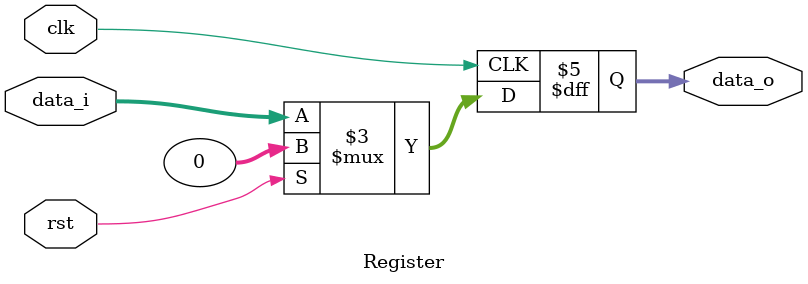
<source format=sv>
module Register #(parameter WIDTH = 32
                 )
                 (input clk
                 ,input rst
                 ,input  [WIDTH-1:0] data_i
                 ,output reg [WIDTH-1:0] data_o
                 );


   always_ff@(posedge clk) begin
      if(rst) begin
         data_o <= 0;
      end
      else begin
         data_o <= data_i;
      end
   end // always_ff


endmodule 
</source>
